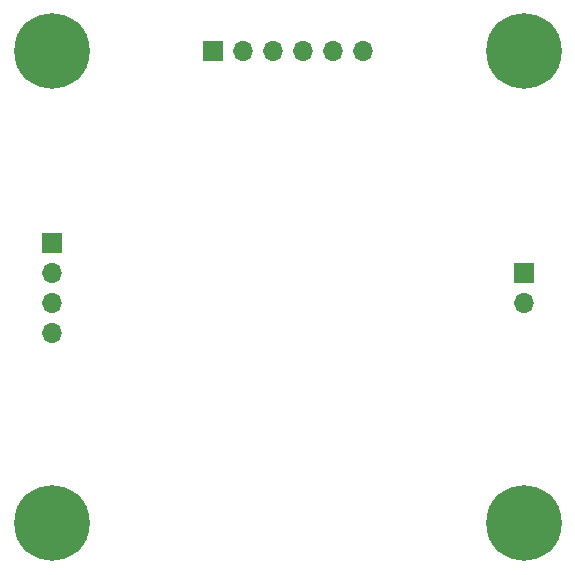
<source format=gbr>
%TF.GenerationSoftware,KiCad,Pcbnew,(5.1.9)-1*%
%TF.CreationDate,2021-04-27T12:28:50+01:00*%
%TF.ProjectId,LLC-003,4c4c432d-3030-4332-9e6b-696361645f70,1.0*%
%TF.SameCoordinates,Original*%
%TF.FileFunction,Soldermask,Bot*%
%TF.FilePolarity,Negative*%
%FSLAX46Y46*%
G04 Gerber Fmt 4.6, Leading zero omitted, Abs format (unit mm)*
G04 Created by KiCad (PCBNEW (5.1.9)-1) date 2021-04-27 12:28:50*
%MOMM*%
%LPD*%
G01*
G04 APERTURE LIST*
%ADD10O,1.700000X1.700000*%
%ADD11R,1.700000X1.700000*%
%ADD12C,0.800000*%
%ADD13C,6.400000*%
G04 APERTURE END LIST*
D10*
%TO.C,J3*%
X160000000Y-91290000D03*
D11*
X160000000Y-88750000D03*
%TD*%
D10*
%TO.C,J2*%
X146365200Y-70000000D03*
X143825200Y-70000000D03*
X141285200Y-70000000D03*
X138745200Y-70000000D03*
X136205200Y-70000000D03*
D11*
X133665200Y-70000000D03*
%TD*%
D10*
%TO.C,J1*%
X120000000Y-93870000D03*
X120000000Y-91330000D03*
X120000000Y-88790000D03*
D11*
X120000000Y-86250000D03*
%TD*%
D12*
%TO.C,H4*%
X161697056Y-108302944D03*
X160000000Y-107600000D03*
X158302944Y-108302944D03*
X157600000Y-110000000D03*
X158302944Y-111697056D03*
X160000000Y-112400000D03*
X161697056Y-111697056D03*
X162400000Y-110000000D03*
D13*
X160000000Y-110000000D03*
%TD*%
D12*
%TO.C,H3*%
X161697056Y-68302944D03*
X160000000Y-67600000D03*
X158302944Y-68302944D03*
X157600000Y-70000000D03*
X158302944Y-71697056D03*
X160000000Y-72400000D03*
X161697056Y-71697056D03*
X162400000Y-70000000D03*
D13*
X160000000Y-70000000D03*
%TD*%
D12*
%TO.C,H2*%
X121697056Y-68302944D03*
X120000000Y-67600000D03*
X118302944Y-68302944D03*
X117600000Y-70000000D03*
X118302944Y-71697056D03*
X120000000Y-72400000D03*
X121697056Y-71697056D03*
X122400000Y-70000000D03*
D13*
X120000000Y-70000000D03*
%TD*%
D12*
%TO.C,H1*%
X121697056Y-108302944D03*
X120000000Y-107600000D03*
X118302944Y-108302944D03*
X117600000Y-110000000D03*
X118302944Y-111697056D03*
X120000000Y-112400000D03*
X121697056Y-111697056D03*
X122400000Y-110000000D03*
D13*
X120000000Y-110000000D03*
%TD*%
M02*

</source>
